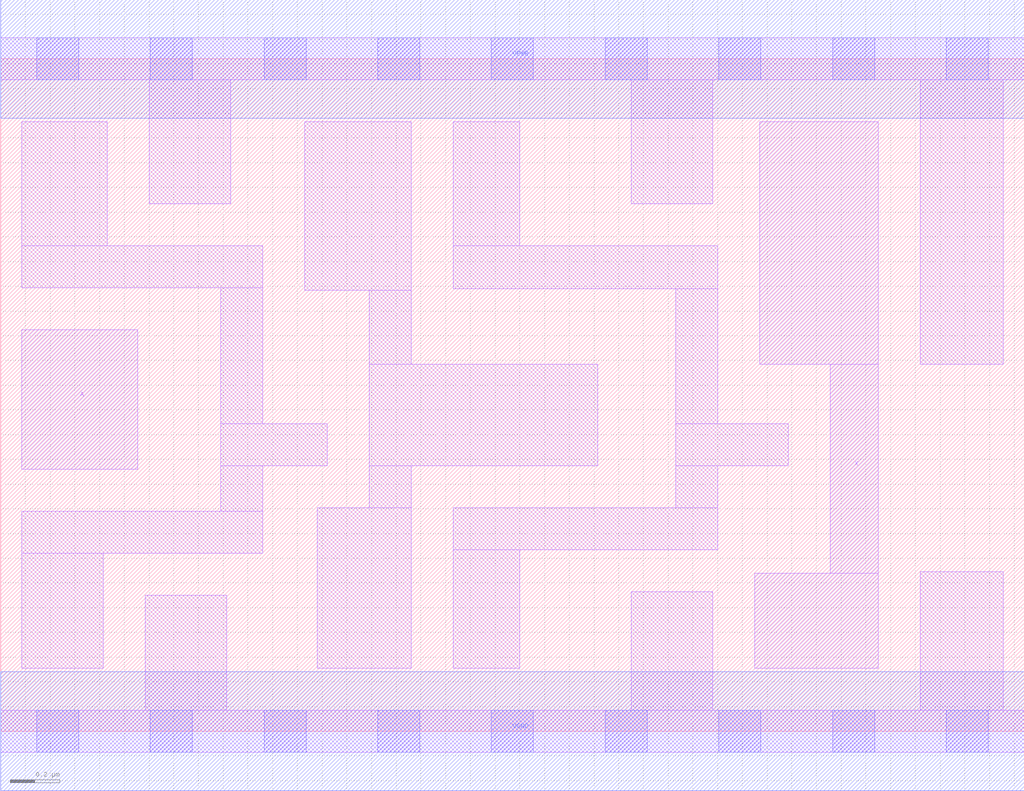
<source format=lef>
# Copyright 2020 The SkyWater PDK Authors
#
# Licensed under the Apache License, Version 2.0 (the "License");
# you may not use this file except in compliance with the License.
# You may obtain a copy of the License at
#
#     https://www.apache.org/licenses/LICENSE-2.0
#
# Unless required by applicable law or agreed to in writing, software
# distributed under the License is distributed on an "AS IS" BASIS,
# WITHOUT WARRANTIES OR CONDITIONS OF ANY KIND, either express or implied.
# See the License for the specific language governing permissions and
# limitations under the License.
#
# SPDX-License-Identifier: Apache-2.0

VERSION 5.7 ;
  NOWIREEXTENSIONATPIN ON ;
  DIVIDERCHAR "/" ;
  BUSBITCHARS "[]" ;
UNITS
  DATABASE MICRONS 200 ;
END UNITS
MACRO sky130_fd_sc_hd__clkdlybuf4s15_2
  CLASS CORE ;
  FOREIGN sky130_fd_sc_hd__clkdlybuf4s15_2 ;
  ORIGIN  0.000000  0.000000 ;
  SIZE  4.140000 BY  2.720000 ;
  SYMMETRY X Y R90 ;
  SITE unithd ;
  PIN A
    ANTENNAGATEAREA  0.213000 ;
    DIRECTION INPUT ;
    USE SIGNAL ;
    PORT
      LAYER li1 ;
        RECT 0.085000 1.060000 0.555000 1.625000 ;
    END
  END A
  PIN X
    ANTENNADIFFAREA  0.397600 ;
    DIRECTION OUTPUT ;
    USE SIGNAL ;
    PORT
      LAYER li1 ;
        RECT 3.050000 0.255000 3.550000 0.640000 ;
        RECT 3.070000 1.485000 3.550000 2.465000 ;
        RECT 3.355000 0.640000 3.550000 1.485000 ;
    END
  END X
  PIN VGND
    DIRECTION INOUT ;
    SHAPE ABUTMENT ;
    USE GROUND ;
    PORT
      LAYER met1 ;
        RECT 0.000000 -0.240000 4.140000 0.240000 ;
    END
  END VGND
  PIN VPWR
    DIRECTION INOUT ;
    SHAPE ABUTMENT ;
    USE POWER ;
    PORT
      LAYER met1 ;
        RECT 0.000000 2.480000 4.140000 2.960000 ;
    END
  END VPWR
  OBS
    LAYER li1 ;
      RECT 0.000000 -0.085000 4.140000 0.085000 ;
      RECT 0.000000  2.635000 4.140000 2.805000 ;
      RECT 0.085000  0.255000 0.415000 0.720000 ;
      RECT 0.085000  0.720000 1.060000 0.890000 ;
      RECT 0.085000  1.795000 1.060000 1.965000 ;
      RECT 0.085000  1.965000 0.430000 2.465000 ;
      RECT 0.585000  0.085000 0.915000 0.550000 ;
      RECT 0.600000  2.135000 0.930000 2.635000 ;
      RECT 0.890000  0.890000 1.060000 1.075000 ;
      RECT 0.890000  1.075000 1.320000 1.245000 ;
      RECT 0.890000  1.245000 1.060000 1.795000 ;
      RECT 1.230000  1.785000 1.660000 2.465000 ;
      RECT 1.280000  0.255000 1.660000 0.905000 ;
      RECT 1.490000  0.905000 1.660000 1.075000 ;
      RECT 1.490000  1.075000 2.415000 1.485000 ;
      RECT 1.490000  1.485000 1.660000 1.785000 ;
      RECT 1.830000  0.255000 2.100000 0.735000 ;
      RECT 1.830000  0.735000 2.900000 0.905000 ;
      RECT 1.830000  1.790000 2.900000 1.965000 ;
      RECT 1.830000  1.965000 2.100000 2.465000 ;
      RECT 2.550000  0.085000 2.880000 0.565000 ;
      RECT 2.550000  2.135000 2.880000 2.635000 ;
      RECT 2.730000  0.905000 2.900000 1.075000 ;
      RECT 2.730000  1.075000 3.185000 1.245000 ;
      RECT 2.730000  1.245000 2.900000 1.790000 ;
      RECT 3.720000  0.085000 4.055000 0.645000 ;
      RECT 3.720000  1.485000 4.055000 2.635000 ;
    LAYER mcon ;
      RECT 0.145000 -0.085000 0.315000 0.085000 ;
      RECT 0.145000  2.635000 0.315000 2.805000 ;
      RECT 0.605000 -0.085000 0.775000 0.085000 ;
      RECT 0.605000  2.635000 0.775000 2.805000 ;
      RECT 1.065000 -0.085000 1.235000 0.085000 ;
      RECT 1.065000  2.635000 1.235000 2.805000 ;
      RECT 1.525000 -0.085000 1.695000 0.085000 ;
      RECT 1.525000  2.635000 1.695000 2.805000 ;
      RECT 1.985000 -0.085000 2.155000 0.085000 ;
      RECT 1.985000  2.635000 2.155000 2.805000 ;
      RECT 2.445000 -0.085000 2.615000 0.085000 ;
      RECT 2.445000  2.635000 2.615000 2.805000 ;
      RECT 2.905000 -0.085000 3.075000 0.085000 ;
      RECT 2.905000  2.635000 3.075000 2.805000 ;
      RECT 3.365000 -0.085000 3.535000 0.085000 ;
      RECT 3.365000  2.635000 3.535000 2.805000 ;
      RECT 3.825000 -0.085000 3.995000 0.085000 ;
      RECT 3.825000  2.635000 3.995000 2.805000 ;
  END
END sky130_fd_sc_hd__clkdlybuf4s15_2
END LIBRARY

</source>
